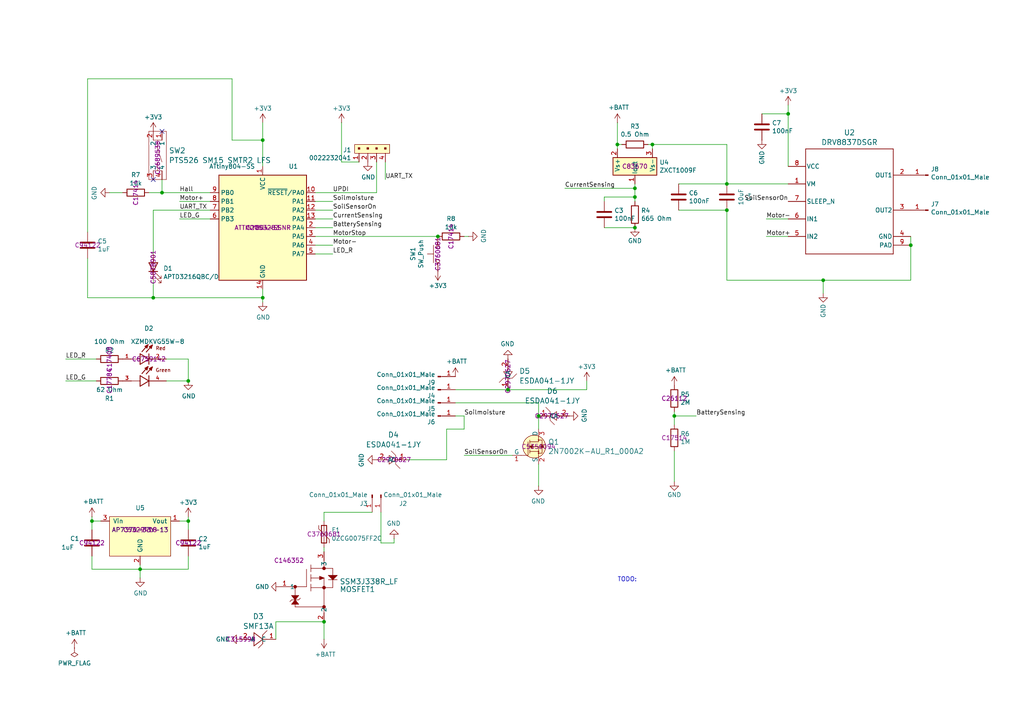
<source format=kicad_sch>
(kicad_sch (version 20250114) (generator "eeschema") (generator_version "9.0")
  (paper "A4")
  (lib_symbols
    (symbol "Connector:Conn_01x01_Pin" (pin_names (offset 1.016) (hide yes))
      (property "Reference" "J" (at 0 2.54 0))
      (property "Value" "Conn_01x01_Pin" (at 0 -2.54 0))
      (symbol "Conn_01x01_Pin_1_1"
        (pin passive line (at 5.08 0 180) (length 3.81) (name "Pin_1") (number "1"))
      )
    )
    (symbol "DRV8837DSGR:DRV8837DSGR" (pin_names (offset 0.254))
      (property "Reference" "U" (at 0 2.54 0))
      (property "Value" "DRV8837DSGR" (at 0 0 0))
      (symbol "DRV8837DSGR_0_1"
        (pin power_in line (at -17.78 10.16 0) (length 5.08) (name "VCC") (number "8"))
        (pin power_in line (at -17.78 5.08 0) (length 5.08) (name "VM") (number "1"))
        (pin input line (at -17.78 0 0) (length 5.08) (name "SLEEP_N") (number "7"))
        (pin input line (at -17.78 -5.08 0) (length 5.08) (name "IN1") (number "6"))
        (pin input line (at -17.78 -10.16 0) (length 5.08) (name "IN2") (number "5"))
        (pin power_in line (at 17.78 7.62 180) (length 5.08) (name "OUT1") (number "2"))
        (pin power_in line (at 17.78 -2.54 180) (length 5.08) (name "OUT2") (number "3"))
        (pin power_in line (at 17.78 -10.16 180) (length 5.08) (name "GND") (number "4"))
        (pin power_in line (at 17.78 -12.7 180) (length 5.08) (name "PAD") (number "9"))
      )
    )
    (symbol "Device:C" (pin_numbers (hide yes)) (pin_names (offset 0.254))
      (property "Reference" "C" (at 0.635 2.54 0))
      (property "Value" "C" (at 0.635 -2.54 0))
      (symbol "C_1_1"
        (pin passive line (at 0 3.81 270) (length 2.794) (name "~") (number "1"))
        (pin passive line (at 0 -3.81 90) (length 2.794) (name "~") (number "2"))
      )
    )
    (symbol "Device:LED" (pin_numbers (hide yes)) (pin_names (offset 1.016) (hide yes))
      (property "Reference" "D" (at 0 2.54 0))
      (property "Value" "LED" (at 0 -2.54 0))
      (symbol "LED_1_1"
        (pin passive line (at -3.81 0 0) (length 2.54) (name "K") (number "1"))
        (pin passive line (at 3.81 0 180) (length 2.54) (name "A") (number "2"))
      )
    )
    (symbol "Device:Polyfuse" (pin_numbers (hide yes)) (pin_names (offset 0))
      (property "Reference" "F" (at -2.54 0 90))
      (property "Value" "Polyfuse" (at 2.54 0 90))
      (symbol "Polyfuse_1_1"
        (pin passive line (at 0 3.81 270) (length 1.27) (name "~") (number "1"))
        (pin passive line (at 0 -3.81 90) (length 1.27) (name "~") (number "2"))
      )
    )
    (symbol "Device:R" (pin_numbers (hide yes)) (pin_names (offset 0))
      (property "Reference" "R" (at 2.032 0 90))
      (property "Value" "R" (at 0 0 90))
      (symbol "R_1_1"
        (pin passive line (at 0 3.81 270) (length 1.27) (name "~") (number "1"))
        (pin passive line (at 0 -3.81 90) (length 1.27) (name "~") (number "2"))
      )
    )
    (symbol "ESDA041-1JY:ESDA041-1JY" (pin_names (offset 0.254))
      (property "Reference" "TVS" (at -0.048 6.096 0))
      (property "Value" "ESDA041-1JY" (at 0.206 4.064 0))
      (symbol "ESDA041-1JY_1_1"
        (pin passive line (at -5.08 0 0) (length 3) (name "A") (number "2"))
        (pin passive line (at 3.81 0 180) (length 3) (name "C") (number "1"))
      )
    )
    (symbol "ESDA041-1JY_1" (pin_names (offset 0.254))
      (property "Reference" "TVS" (at -0.048 6.096 0))
      (property "Value" "ESDA041-1JY" (at 0.206 4.064 0))
      (symbol "ESDA041-1JY_1_1_1"
        (pin passive line (at -5.08 0 0) (length 3) (name "A") (number "2"))
        (pin passive line (at 3.81 0 180) (length 3) (name "C") (number "1"))
      )
    )
    (symbol "ESDA041-1JY_2" (pin_names (offset 0.254))
      (property "Reference" "TVS" (at -0.048 6.096 0))
      (property "Value" "ESDA041-1JY" (at 0.206 4.064 0))
      (symbol "ESDA041-1JY_2_1_1"
        (pin passive line (at -5.08 0 0) (length 3) (name "A") (number "2"))
        (pin passive line (at 3.81 0 180) (length 3) (name "C") (number "1"))
      )
    )
    (symbol "PG_attiny804:2N7002-dk_Transistors-FETs-MOSFETs-Single" (pin_names (offset 0))
      (property "Reference" "Q" (at -2.6924 3.6322 0))
      (property "Value" "2N7002-dk_Transistors-FETs-MOSFETs-Single" (at 3.4544 0 90))
      (symbol "2N7002-dk_Transistors-FETs-MOSFETs-Single_1_1"
        (pin bidirectional line (at -7.62 -2.54 0) (length 2.54) (name "G") (number "1"))
        (pin bidirectional line (at 0 5.08 270) (length 2.54) (name "D") (number "3"))
        (pin passive line (at 0 -5.08 90) (length 2.54) (name "S") (number "2"))
      )
    )
    (symbol "PG_attiny804:ATtiny404-SS-MCU_Microchip_ATtiny"
      (property "Reference" "U" (at -12.7 16.51 0))
      (property "Value" "ATtiny404-SS-MCU_Microchip_ATtiny" (at 2.54 -16.51 0))
      (symbol "ATtiny404-SS-MCU_Microchip_ATtiny_1_1"
        (pin bidirectional line (at -15.24 10.16 0) (length 2.54) (name "PB0") (number "9"))
        (pin bidirectional line (at -15.24 7.62 0) (length 2.54) (name "PB1") (number "8"))
        (pin bidirectional line (at -15.24 5.08 0) (length 2.54) (name "PB2") (number "7"))
        (pin bidirectional line (at -15.24 2.54 0) (length 2.54) (name "PB3") (number "6"))
        (pin power_in line (at 0 17.78 270) (length 2.54) (name "VCC") (number "1"))
        (pin power_out line (at 0 -17.78 90) (length 2.54) (name "GND") (number "14"))
        (pin bidirectional line (at 15.24 10.16 180) (length 2.54) (name "~{RESET}/PA0") (number "10"))
        (pin bidirectional line (at 15.24 7.62 180) (length 2.54) (name "PA1") (number "11"))
        (pin bidirectional line (at 15.24 5.08 180) (length 2.54) (name "PA2") (number "12"))
        (pin bidirectional line (at 15.24 2.54 180) (length 2.54) (name "PA3") (number "13"))
        (pin bidirectional line (at 15.24 0 180) (length 2.54) (name "PA4") (number "2"))
        (pin bidirectional line (at 15.24 -2.54 180) (length 2.54) (name "PA5") (number "3"))
        (pin bidirectional line (at 15.24 -5.08 180) (length 2.54) (name "PA6") (number "4"))
        (pin bidirectional line (at 15.24 -7.62 180) (length 2.54) (name "PA7") (number "5"))
      )
    )
    (symbol "PTS526_SK15_SMTR2_LFS:PTS526_SM15_SMTR2_LFS" (pin_names (offset 0.254))
      (property "Reference" "SW" (at -0.254 6.604 0))
      (property "Value" "PTS526 SM15 SMTR2 LFS" (at -0.254 4.064 0))
      (symbol "PTS526_SM15_SMTR2_LFS_1_1"
        (pin passive line (at -7.62 1.27 0) (length 2.54) (name "1") (number "1"))
        (pin passive line (at -7.62 -1.27 0) (length 2.54) (name "2") (number "2"))
        (pin passive line (at 6.35 1.27 180) (length 2.54) (name "4") (number "4"))
        (pin passive line (at 6.35 -1.27 180) (length 2.54) (name "3") (number "3"))
      )
    )
    (symbol "SMF13A:SMF13A" (pin_names (offset 0.254))
      (property "Reference" "TVS" (at 5.08 4.445 0))
      (property "Value" "SMF13A" (at 5.08 -3.81 0))
      (symbol "SMF13A_1_1"
        (pin passive line (at 0 0 0) (length 2.54) (name "A") (number "2"))
        (pin passive line (at 10.16 0 180) (length 2.54) (name "C") (number "1"))
      )
      (symbol "SMF13A_1_2"
        (pin unspecified line (at 0 10.16 270) (length 2.54) (name "") (number "1"))
        (pin unspecified line (at 0 0 90) (length 2.54) (name "") (number "2"))
      )
    )
    (symbol "SSM3J338R_LF:SSM3J338R_LF" (pin_names (offset 0.254))
      (property "Reference" "MOSFET" (at 0 0 0))
      (property "Value" "SSM3J338R_LF" (at 0 0 0))
      (symbol "SSM3J338R_LF_1_1"
        (pin passive line (at -2.54 -7.62 0) (length 2.54) (name "1") (number "1"))
        (pin passive line (at 10.16 2.54 270) (length 2.54) (name "3") (number "3"))
        (pin passive line (at 10.16 -17.78 90) (length 2.54) (name "2") (number "2"))
      )
    )
    (symbol "Switch:SW_Push" (pin_numbers (hide yes)) (pin_names (offset 1.016) (hide yes))
      (property "Reference" "SW" (at 1.27 2.54 0))
      (property "Value" "SW_Push" (at 0 -1.524 0))
      (symbol "SW_Push_0_1"
        (pin passive line (at -5.08 0 0) (length 2.54) (name "1") (number "1"))
        (pin passive line (at 5.08 0 180) (length 2.54) (name "2") (number "2"))
      )
    )
    (symbol "XZMDKVG55W-8:XZMDKVG55W-8" (pin_names (offset 1.016) (hide yes))
      (property "Reference" "D" (at -3.0988 4.4958 0))
      (property "Value" "XZMDKVG55W-8" (at -6.35 -11.43 0))
      (symbol "XZMDKVG55W-8_1_0"
        (text "Red" (at 1.905 2.54 0) (effects (font (size 1.016 1.016)) (justify left bottom)))
        (text "Green\n" (at 1.905 -3.81 0) (effects (font (size 1.016 1.016)) (justify left bottom)))
        (pin passive line (at -7.62 0 0) (length 2.54) (name "~") (number "1"))
        (pin passive line (at -7.62 -6.35 0) (length 2.54) (name "~") (number "3"))
        (pin passive line (at 5.08 0 180) (length 5.08) (name "~") (number "2"))
        (pin passive line (at 5.08 -6.35 180) (length 5.08) (name "~") (number "4"))
      )
    )
    (symbol "ZXCT1009F:ZXCT1009F" (pin_names (offset 0.254))
      (property "Reference" "U" (at 7.62 1.27 0))
      (property "Value" "ZXCT1009F" (at 7.62 -1.27 0))
      (symbol "ZXCT1009F_1_1"
        (pin input line (at -5.08 5.08 270) (length 2.54) (name "Vs+") (number "2"))
        (pin output line (at 0 -5.08 90) (length 2.54) (name "Iout") (number "1"))
        (pin input line (at 5.08 5.08 270) (length 2.54) (name "Vs-") (number "3"))
      )
    )
    (symbol "dk_Rectangular-Connectors-Headers-Male-Pins:0022232041" (pin_names (offset 1.016))
      (property "Reference" "J" (at -2.54 1.27 0))
      (property "Value" "0022232041" (at 3.81 -3.81 0))
      (symbol "0022232041_1_1"
        (pin passive line (at 0 2.54 270) (length 2.54) (name "~") (number "1"))
        (pin passive line (at 2.54 2.54 270) (length 2.54) (name "~") (number "2"))
        (pin passive line (at 5.08 2.54 270) (length 2.54) (name "~") (number "3"))
        (pin passive line (at 7.62 2.54 270) (length 2.54) (name "~") (number "4"))
      )
    )
    (symbol "power:+3V3" (power) (pin_numbers (hide yes)) (pin_names (offset 0) (hide yes))
      (property "Value" "+3V3" (at 0 3.556 0))
      (symbol "+3V3_1_1"
        (pin power_in line (at 0 0 90) (length 0) (name "~") (number "1"))
      )
    )
    (symbol "power:+BATT" (power) (pin_numbers (hide yes)) (pin_names (offset 0) (hide yes))
      (property "Value" "+BATT" (at 0 3.556 0))
      (symbol "+BATT_1_1"
        (pin power_in line (at 0 0 90) (length 0) (name "~") (number "1"))
      )
    )
    (symbol "power:GND" (power) (pin_numbers (hide yes)) (pin_names (offset 0) (hide yes))
      (property "Value" "GND" (at 0 -3.81 0))
      (symbol "GND_1_1"
        (pin power_in line (at 0 0 270) (length 0) (name "~") (number "1"))
      )
    )
    (symbol "power:PWR_FLAG" (power) (pin_numbers (hide yes)) (pin_names (offset 0) (hide yes))
      (property "Value" "PWR_FLAG" (at 0 3.81 0))
      (symbol "PWR_FLAG_0_0"
        (pin power_out line (at 0 0 90) (length 0) (name "~") (number "1"))
      )
    )
    (symbol "project:AP7370-33Y-13" (pin_names (offset 1.016))
      (property "Reference" "U" (at 0 1.27 0))
      (property "Value" "AP7370-33Y-13" (at 0 -1.27 0))
      (symbol "AP7370-33Y-13_1_1"
        (pin power_in line (at -11.43 2.54 0) (length 2.54) (name "Vin") (number "3"))
        (pin power_in line (at 0 -10.16 90) (length 2.54) (name "GND") (number "2"))
        (pin power_out line (at 11.43 2.54 180) (length 2.54) (name "Vout") (number "1"))
      )
    )
  )
  (text "TODO:\n" (at 179.07 168.91 0) (effects (font (size 1.27 1.27)) (justify left bottom)))
  (junction (at 228.6 33.02))
  (junction (at 210.82 53.34))
  (junction (at 54.61 151.13))
  (junction (at 210.82 60.96))
  (junction (at 46.99 55.88))
  (junction (at 76.2 40.64))
  (junction (at 184.15 54.61))
  (junction (at 26.67 151.13))
  (junction (at 44.45 86.36))
  (junction (at 93.98 180.34))
  (junction (at 189.23 41.91))
  (junction (at 127 68.58))
  (junction (at 54.61 110.49))
  (junction (at 184.15 66.04))
  (junction (at 195.58 120.65))
  (junction (at 76.2 86.36))
  (junction (at 184.15 57.15))
  (junction (at 147.32 113.03))
  (junction (at 40.64 165.1))
  (junction (at 238.76 81.28))
  (junction (at 179.07 41.91))
  (junction (at 264.16 71.12))
  (junction (at 156.21 120.65))
  (no_connect (at 46.99 38.1))
  (no_connect (at 44.45 52.07))
  (wire (pts (xy 134.62 68.58) (xy 135.89 68.58)))
  (wire (pts (xy 109.22 55.88) (xy 109.22 46.99)))
  (wire (pts (xy 40.64 163.83) (xy 40.64 165.1)))
  (wire (pts (xy 93.98 158.75) (xy 93.98 160.02)))
  (wire (pts (xy 132.08 113.03) (xy 147.32 113.03)))
  (wire (pts (xy 25.4 86.36) (xy 25.4 74.93)))
  (wire (pts (xy 25.4 22.86) (xy 67.31 22.86)))
  (wire (pts (xy 60.96 58.42) (xy 52.07 58.42)))
  (wire (pts (xy 175.26 66.04) (xy 184.15 66.04)))
  (wire (pts (xy 170.18 113.03) (xy 170.18 110.49)))
  (wire (pts (xy 210.82 60.96) (xy 210.82 81.28)))
  (wire (pts (xy 179.07 41.91) (xy 179.07 43.18)))
  (wire (pts (xy 44.45 60.96) (xy 44.45 73.66)))
  (wire (pts (xy 60.96 63.5) (xy 52.07 63.5)))
  (wire (pts (xy 180.34 41.91) (xy 179.07 41.91)))
  (wire (pts (xy 99.06 35.56) (xy 99.06 46.99)))
  (wire (pts (xy 184.15 54.61) (xy 184.15 57.15)))
  (wire (pts (xy 118.11 133.35) (xy 129.54 133.35)))
  (wire (pts (xy 132.08 120.65) (xy 134.62 120.65)))
  (wire (pts (xy 91.44 58.42) (xy 96.52 58.42)))
  (wire (pts (xy 93.98 148.59) (xy 107.95 148.59)))
  (wire (pts (xy 175.26 58.42) (xy 175.26 57.15)))
  (wire (pts (xy 189.23 41.91) (xy 187.96 41.91)))
  (wire (pts (xy 54.61 104.14) (xy 54.61 110.49)))
  (wire (pts (xy 26.67 165.1) (xy 40.64 165.1)))
  (wire (pts (xy 184.15 54.61) (xy 163.83 54.61)))
  (wire (pts (xy 132.08 116.84) (xy 156.21 116.84)))
  (wire (pts (xy 110.49 157.48) (xy 110.49 148.59)))
  (wire (pts (xy 189.23 41.91) (xy 210.82 41.91)))
  (wire (pts (xy 29.21 151.13) (xy 26.67 151.13)))
  (wire (pts (xy 195.58 120.65) (xy 195.58 119.38)))
  (wire (pts (xy 91.44 60.96) (xy 96.52 60.96)))
  (wire (pts (xy 210.82 53.34) (xy 210.82 41.91)))
  (wire (pts (xy 238.76 85.09) (xy 238.76 81.28)))
  (wire (pts (xy 228.6 30.48) (xy 228.6 33.02)))
  (wire (pts (xy 129.54 133.35) (xy 129.54 124.46)))
  (wire (pts (xy 80.01 180.34) (xy 93.98 180.34)))
  (wire (pts (xy 76.2 87.63) (xy 76.2 86.36)))
  (wire (pts (xy 40.64 165.1) (xy 54.61 165.1)))
  (wire (pts (xy 67.31 40.64) (xy 76.2 40.64)))
  (wire (pts (xy 54.61 151.13) (xy 54.61 153.67)))
  (wire (pts (xy 222.25 63.5) (xy 228.6 63.5)))
  (wire (pts (xy 91.44 63.5) (xy 96.52 63.5)))
  (wire (pts (xy 80.01 180.34) (xy 80.01 185.42)))
  (wire (pts (xy 48.26 104.14) (xy 54.61 104.14)))
  (wire (pts (xy 91.44 68.58) (xy 127 68.58)))
  (wire (pts (xy 134.62 124.46) (xy 134.62 120.65)))
  (wire (pts (xy 76.2 86.36) (xy 76.2 83.82)))
  (wire (pts (xy 25.4 67.31) (xy 25.4 22.86)))
  (wire (pts (xy 19.05 110.49) (xy 27.94 110.49)))
  (wire (pts (xy 156.21 116.84) (xy 156.21 120.65)))
  (wire (pts (xy 114.3 157.48) (xy 114.3 156.21)))
  (wire (pts (xy 222.25 68.58) (xy 228.6 68.58)))
  (wire (pts (xy 54.61 161.29) (xy 54.61 165.1)))
  (wire (pts (xy 54.61 149.86) (xy 54.61 151.13)))
  (wire (pts (xy 91.44 66.04) (xy 96.52 66.04)))
  (wire (pts (xy 40.64 165.1) (xy 40.64 167.64)))
  (wire (pts (xy 210.82 53.34) (xy 228.6 53.34)))
  (wire (pts (xy 201.93 120.65) (xy 195.58 120.65)))
  (wire (pts (xy 43.18 55.88) (xy 46.99 55.88)))
  (wire (pts (xy 44.45 81.28) (xy 44.45 86.36)))
  (wire (pts (xy 91.44 71.12) (xy 96.52 71.12)))
  (wire (pts (xy 67.31 22.86) (xy 67.31 40.64)))
  (wire (pts (xy 196.85 53.34) (xy 210.82 53.34)))
  (wire (pts (xy 264.16 68.58) (xy 264.16 71.12)))
  (wire (pts (xy 184.15 57.15) (xy 184.15 58.42)))
  (wire (pts (xy 93.98 180.34) (xy 93.98 185.42)))
  (wire (pts (xy 264.16 71.12) (xy 264.16 81.28)))
  (wire (pts (xy 189.23 43.18) (xy 189.23 41.91)))
  (wire (pts (xy 19.05 104.14) (xy 27.94 104.14)))
  (wire (pts (xy 220.98 33.02) (xy 228.6 33.02)))
  (wire (pts (xy 110.49 157.48) (xy 114.3 157.48)))
  (wire (pts (xy 210.82 81.28) (xy 238.76 81.28)))
  (wire (pts (xy 179.07 41.91) (xy 179.07 35.56)))
  (wire (pts (xy 238.76 81.28) (xy 264.16 81.28)))
  (wire (pts (xy 134.62 132.08) (xy 148.59 132.08)))
  (wire (pts (xy 48.26 110.49) (xy 54.61 110.49)))
  (wire (pts (xy 26.67 149.86) (xy 26.67 151.13)))
  (wire (pts (xy 46.99 55.88) (xy 60.96 55.88)))
  (wire (pts (xy 99.06 46.99) (xy 104.14 46.99)))
  (wire (pts (xy 129.54 124.46) (xy 134.62 124.46)))
  (wire (pts (xy 26.67 151.13) (xy 26.67 153.67)))
  (wire (pts (xy 26.67 161.29) (xy 26.67 165.1)))
  (wire (pts (xy 111.76 52.07) (xy 111.76 46.99)))
  (wire (pts (xy 44.45 60.96) (xy 60.96 60.96)))
  (wire (pts (xy 195.58 139.7) (xy 195.58 130.81)))
  (wire (pts (xy 156.21 120.65) (xy 156.21 124.46)))
  (wire (pts (xy 44.45 86.36) (xy 25.4 86.36)))
  (wire (pts (xy 76.2 48.26) (xy 76.2 40.64)))
  (wire (pts (xy 196.85 60.96) (xy 210.82 60.96)))
  (wire (pts (xy 35.56 55.88) (xy 31.75 55.88)))
  (wire (pts (xy 52.07 151.13) (xy 54.61 151.13)))
  (wire (pts (xy 76.2 40.64) (xy 76.2 35.56)))
  (wire (pts (xy 147.32 113.03) (xy 170.18 113.03)))
  (wire (pts (xy 184.15 53.34) (xy 184.15 54.61)))
  (wire (pts (xy 46.99 52.07) (xy 46.99 55.88)))
  (wire (pts (xy 93.98 151.13) (xy 93.98 148.59)))
  (wire (pts (xy 91.44 55.88) (xy 109.22 55.88)))
  (wire (pts (xy 76.2 86.36) (xy 44.45 86.36)))
  (wire (pts (xy 156.21 134.62) (xy 156.21 140.97)))
  (wire (pts (xy 195.58 120.65) (xy 195.58 123.19)))
  (wire (pts (xy 228.6 33.02) (xy 228.6 48.26)))
  (wire (pts (xy 175.26 57.15) (xy 184.15 57.15)))
  (wire (pts (xy 91.44 73.66) (xy 96.52 73.66)))
  (label "Motor-" (at 96.52 71.12 0))
  (label "BatterySensing" (at 201.93 120.65 0))
  (label "SoilSensorOn" (at 228.6 58.42 180))
  (label "Soilmoisture" (at 134.62 120.65 0))
  (label "LED_R" (at 96.52 73.66 0))
  (label "BatterySensing" (at 96.52 66.04 0))
  (label "UART_TX" (at 52.07 60.96 0))
  (label "CurrentSensing" (at 96.52 63.5 0))
  (label "Motor+" (at 52.07 58.42 0))
  (label "UART_TX" (at 111.76 52.07 0))
  (label "LED_G" (at 52.07 63.5 0))
  (label "UPDI" (at 96.52 55.88 0))
  (label "Soilmoisture" (at 96.52 58.42 0))
  (label "SoilSensorOn" (at 134.62 132.08 0))
  (label "MotorStop" (at 96.52 68.58 0))
  (label "SoilSensorOn" (at 96.52 60.96 0))
  (label "LED_G" (at 19.05 110.49 0))
  (label "Motor+" (at 222.25 68.58 0))
  (label "Hall" (at 52.07 55.88 0))
  (label "Motor-" (at 222.25 63.5 0))
  (label "CurrentSensing" (at 163.83 54.61 0))
  (label "LED_R" (at 19.05 104.14 0))
  (symbol (lib_id "PG_attiny804:ATtiny404-SS-MCU_Microchip_ATtiny") (at 76.2 66.04 0) (unit 1)
    (property "Reference" "U1" (at 85.09 48.26 0))
    (property "Value" "ATtiny804-SS" (at 67.31 48.26 0))
    (property "Footprint" "Package_SO:SOIC-14_3.9x8.7mm_P1.27mm" (effects (hide yes)))
    (property "Datasheet" "http://ww1.microchip.com/downloads/en/DeviceDoc/50002687A.pdf" (effects (hide yes)))
    (property "DK_Detail_Page" "https://www.digikey.at/de/products/detail/microchip-technology/ATTINY804-SSNR/10270299" (effects (hide yes)))
    (property "MPN" "ATTINY804-SSNR" (at 76.2 66.04 0))
    (property "JLC" "C2053283" (at 76.2 66.04 0))
  )
  (symbol (lib_id "Switch:SW_Push") (at 127 73.66 90) (mirror x) (unit 1)
    (property "Reference" "SW1" (at 119.761 73.66 0))
    (property "Value" "SW_Push" (at 122.0724 73.66 0))
    (property "Footprint" "1825027-2:1825027-2" (effects (hide yes)))
    (property "Description" "Push button switch, generic, two pins" (effects (hide yes)))
    (property "DK_Detail_Page" "https://www.digikey.at/de/products/detail/te-connectivity-alcoswitch-switches/1825027-2/1632542 " (effects (hide yes)))
    (property "MPN" "1825027-2" (effects (hide yes)))
    (property "JLC" "C3760681" (at 127 73.66 0))
  )
  (symbol (lib_id "power:GND") (at 76.2 87.63 0) (unit 1)
    (property "Reference" "#PWR02" (effects (hide yes)))
    (property "Value" "GND" (at 76.327 92.0242 0))
    (property "Description" "Power symbol creates a global label with name \"GND\" , ground" (effects (hide yes)))
  )
  (symbol (lib_id "power:GND") (at 156.21 140.97 0) (mirror y) (unit 1)
    (property "Reference" "#PWR0105" (effects (hide yes)))
    (property "Value" "GND" (at 156.083 145.3642 0))
    (property "Description" "Power symbol creates a global label with name \"GND\" , ground" (effects (hide yes)))
  )
  (symbol (lib_id "power:GND") (at 135.89 68.58 90) (unit 1)
    (property "Reference" "#PWR011" (effects (hide yes)))
    (property "Value" "GND" (at 140.2842 68.453 0))
    (property "Description" "Power symbol creates a global label with name \"GND\" , ground" (effects (hide yes)))
  )
  (symbol (lib_id "ZXCT1009F:ZXCT1009F") (at 184.15 48.26 0) (unit 1)
    (property "Reference" "U4" (at 191.262 47.0916 0) (effects (justify left)))
    (property "Value" "ZXCT1009F" (at 191.262 49.403 0) (effects (justify left)))
    (property "Footprint" "ZXCT1009F:SOT-23_Handsoldering_ZXCT1009F" (effects (hide yes)))
    (property "Datasheet" "https://www.diodes.com/assets/Datasheets/ZXCT1009.pdf" (effects (hide yes)))
    (property "Description" "High-Side Current Monitor, SOT-23" (effects (hide yes)))
    (property "DK_Detail_Page" "https://www.digikey.at/de/products/detail/diodes-incorporated/ZXCT1009FTA/385957?s=N4IgTCBcDaIF4A8DGAXAjABgwTgGYgF0BfIA " (effects (hide yes)))
    (property "MPN" "ZXCT1009FTA" (effects (hide yes)))
    (property "JLC" "C83670" (at 184.15 48.26 0))
  )
  (symbol (lib_id "power:PWR_FLAG") (at 21.59 187.96 180) (unit 1)
    (property "Reference" "#FLG0103" (effects (hide yes)))
    (property "Value" "PWR_FLAG" (at 21.59 192.3542 0))
    (property "Description" "Special symbol for telling ERC where power comes from" (effects (hide yes)))
  )
  (symbol (lib_id "power:+BATT") (at 21.59 187.96 0) (unit 1)
    (property "Reference" "#PWR0102" (effects (hide yes)))
    (property "Value" "+BATT" (at 21.971 183.5658 0))
    (property "Description" "Power symbol creates a global label with name \"+BATT\"" (effects (hide yes)))
  )
  (symbol (lib_id "Device:C") (at 210.82 57.15 180) (unit 1)
    (property "Reference" "C4" (at 217.2208 57.15 90))
    (property "Value" "10uF" (at 214.9094 57.15 90))
    (property "Footprint" "Capacitor_SMD:C_0805_2012Metric_Pad1.18x1.45mm_HandSolder" (effects (hide yes)))
    (property "Description" "Unpolarized capacitor" (effects (hide yes)))
    (property "DK_Detail_Page" "https://www.digikey.at/de/products/detail/samsung-electro-mechanics/CL21A106KOQNNNG/3894417 " (effects (hide yes)))
    (property "MPN" "CL21A106KOQNNNG" (effects (hide yes)))
    (property "JLC" "C326595" (effects (hide yes)))
  )
  (symbol (lib_id "Device:R") (at 31.75 110.49 270) (unit 1)
    (property "Reference" "R1" (at 31.75 115.57 90))
    (property "Value" "62 Ohm" (at 31.75 113.03 90))
    (property "Footprint" "Resistor_SMD:R_0805_2012Metric_Pad1.20x1.40mm_HandSolder" (effects (hide yes)))
    (property "Description" "Resistor" (effects (hide yes)))
    (property "DK_Detail_Page" "https://www.digikey.at/en/products/detail/stackpole-electronics-inc/RMCF0805FT62R0/1713292?s=N4IgjCBcoExaBjKAzAhgGwM4FMA0IB7KAbXAAYAOAdgE4QBdfABwBcoQBlFgJwEsA7AOYgAvvgDM8EEkhoseQiXBhxERiFbsufIaPwBWKTLk58RSKVUA2GmAAsDZm0iceA4WPBWjKDKcUWIOI04jB06pou2u564FQ%2Bsn4K5qQqVBSOGs6uOh74dt7Q0r7yZkoU%2BjaZkTkxnmBUDkXGSWWBdmANdnAR2dG6njD6cM0l-ikgMN0hDr1abgP4VGTxo4mlAZZgMGBkhnNRC3nKMKuIY8lKPU7sACIEAK4ARujYsdu2CSaXgcGhGQdaotwPoyGQvq1NiB9PpOtU%2Bkd3vpVBCNhM1DdDrl3jQKHQ1t82qRwfRBpRDATIRMrDAAAQAeQAFgBbTDw9gAVX4vBY9OQAFlsKhMA9uG9PABaCCUtFKKjiAGSprndbjJRgChWMDhSUUlWEqEQfBwY12SSk-ASkYqngPH6kQz4HWWyRrW328gMSWFG3cO1EoJekQiIA" (effects (hide yes)))
    (property "MPN" "RMCF0805FT62R0" (effects (hide yes)))
    (property "JLC" "C17784" (at 31.75 110.49 0))
  )
  (symbol (lib_id "Device:R") (at 31.75 104.14 270) (unit 1)
    (property "Reference" "R2" (at 31.75 101.6 90))
    (property "Value" "100 Ohm" (at 31.75 99.06 90))
    (property "Footprint" "Resistor_SMD:R_0805_2012Metric_Pad1.20x1.40mm_HandSolder" (effects (hide yes)))
    (property "Description" "Resistor" (effects (hide yes)))
    (property "DK_Detail_Page" "https://www.digikey.at/en/products/detail/stackpole-electronics-inc/RMCF0805FT100R/1760711" (effects (hide yes)))
    (property "MPN" "RMCF0805FT100R" (effects (hide yes)))
    (property "JLC" "C17408" (at 31.75 104.14 0))
  )
  (symbol (lib_id "Device:R") (at 184.15 41.91 270) (unit 1)
    (property "Reference" "R3" (at 184.15 36.6522 90))
    (property "Value" "0.5 Ohm" (at 184.15 38.9636 90))
    (property "Footprint" "Resistor_SMD:R_0805_2012Metric_Pad1.20x1.40mm_HandSolder" (effects (hide yes)))
    (property "Description" "Resistor" (effects (hide yes)))
    (property "DK_Detail_Page" "https://www.digikey.at/de/products/detail/susumu/RL1220S-R50-F/567251 " (effects (hide yes)))
    (property "MPN" "RL1220S-R50-F" (effects (hide yes)))
    (property "JLC" "C859814" (effects (hide yes)))
  )
  (symbol (lib_id "Device:R") (at 184.15 62.23 180) (unit 1)
    (property "Reference" "R4" (at 185.928 61.0616 0) (effects (justify right)))
    (property "Value" "665 Ohm" (at 185.928 63.373 0) (effects (justify right)))
    (property "Footprint" "Resistor_SMD:R_0805_2012Metric_Pad1.20x1.40mm_HandSolder" (effects (hide yes)))
    (property "Description" "Resistor" (effects (hide yes)))
    (property "DK_Detail_Page" "https://www.digikey.at/de/products/detail/te-connectivity-passive-product/CRGCQ0805F680R/8576349 " (effects (hide yes)))
    (property "MPN" "CRGCQ0805F680R" (effects (hide yes)))
    (property "JLC" "C17798" (effects (hide yes)))
  )
  (symbol (lib_id "Device:C") (at 175.26 62.23 180) (unit 1)
    (property "Reference" "C3" (at 178.181 61.0616 0) (effects (justify right)))
    (property "Value" "100nF" (at 178.181 63.373 0) (effects (justify right)))
    (property "Footprint" "Capacitor_SMD:C_0805_2012Metric_Pad1.18x1.45mm_HandSolder" (effects (hide yes)))
    (property "Description" "Unpolarized capacitor" (effects (hide yes)))
    (property "DK_Detail_Page" "https://www.digikey.at/de/products/detail/yageo/CC0805KRX7R7BB104/302876 " (effects (hide yes)))
    (property "MPN" "CC0805KRX7R7BB104" (effects (hide yes)))
    (property "JLC" "C519980" (effects (hide yes)))
  )
  (symbol (lib_id "Device:R") (at 195.58 115.57 0) (unit 1)
    (property "Reference" "R5" (at 197.358 114.4016 0) (effects (justify left)))
    (property "Value" "2M" (at 197.358 116.713 0) (effects (justify left)))
    (property "Footprint" "Resistor_SMD:R_0805_2012Metric_Pad1.20x1.40mm_HandSolder" (effects (hide yes)))
    (property "Description" "Resistor" (effects (hide yes)))
    (property "DK_Detail_Page" "https://www.digikey.at/de/products/detail/stackpole-electronics-inc/RMCF0805FT2M00/1760219" (effects (hide yes)))
    (property "MPN" "RMCF0805FT2M00" (effects (hide yes)))
    (property "JLC" "C26112" (at 195.58 115.57 0))
  )
  (symbol (lib_id "Device:R") (at 195.58 127 0) (unit 1)
    (property "Reference" "R6" (at 197.358 125.8316 0) (effects (justify left)))
    (property "Value" "1M" (at 197.358 128.143 0) (effects (justify left)))
    (property "Footprint" "Resistor_SMD:R_0805_2012Metric_Pad1.20x1.40mm_HandSolder" (effects (hide yes)))
    (property "Description" "Resistor" (effects (hide yes)))
    (property "DK_Detail_Page" "https://www.digikey.at/de/products/detail/stackpole-electronics-inc/RMCF0805FG1M00/1712780" (effects (hide yes)))
    (property "MPN" "RMCF0805FG1M00" (effects (hide yes)))
    (property "JLC" "C17514" (at 195.58 127 0))
  )
  (symbol (lib_id "power:GND") (at 195.58 139.7 0) (unit 1)
    (property "Reference" "#PWR018" (effects (hide yes)))
    (property "Value" "GND" (at 195.58 143.51 0))
    (property "Description" "Power symbol creates a global label with name \"GND\" , ground" (effects (hide yes)))
  )
  (symbol (lib_id "power:+BATT") (at 195.58 111.76 0) (unit 1)
    (property "Reference" "#PWR017" (effects (hide yes)))
    (property "Value" "+BATT" (at 195.961 107.3658 0))
    (property "Description" "Power symbol creates a global label with name \"+BATT\"" (effects (hide yes)))
  )
  (symbol (lib_id "power:+BATT") (at 179.07 35.56 0) (unit 1)
    (property "Reference" "#PWR012" (effects (hide yes)))
    (property "Value" "+BATT" (at 179.451 31.1658 0))
    (property "Description" "Power symbol creates a global label with name \"+BATT\"" (effects (hide yes)))
  )
  (symbol (lib_id "power:GND") (at 184.15 66.04 0) (unit 1)
    (property "Reference" "#PWR014" (effects (hide yes)))
    (property "Value" "GND" (at 184.15 69.85 0))
    (property "Description" "Power symbol creates a global label with name \"GND\" , ground" (effects (hide yes)))
  )
  (symbol (lib_id "power:GND") (at 54.61 110.49 0) (unit 1)
    (property "Reference" "#PWR07" (effects (hide yes)))
    (property "Value" "GND" (at 54.737 114.8842 0))
    (property "Description" "Power symbol creates a global label with name \"GND\" , ground" (effects (hide yes)))
  )
  (symbol (lib_id "dk_Rectangular-Connectors-Headers-Male-Pins:0022232041") (at 104.14 44.45 0) (mirror x) (unit 1) (in_bom no)
    (property "Reference" "J1" (at 101.9048 43.4848 0) (effects (justify right)))
    (property "Value" "0022232041" (at 101.9048 45.7962 0) (effects (justify right)))
    (property "Footprint" "digikey-footprints:PinHeader_1x4_P2.54mm_Drill1.02mm" (effects (hide yes)))
    (property "Datasheet" "https://www.molex.com/pdm_docs/sd/022232041_sd.pdf" (effects (hide yes)))
    (property "Description" "CONN HEADER VERT 4POS 2.54MM" (effects (hide yes)))
    (property "Digi-Key_PN" "WM4202-ND" (effects (hide yes)))
    (property "MPN" "0022286040" (effects (hide yes)))
    (property "Category" "Connectors, Interconnects" (effects (hide yes)))
    (property "Family" "Rectangular Connectors - Headers, Male Pins" (effects (hide yes)))
    (property "DK_Datasheet_Link" "https://www.molex.com/pdm_docs/sd/022232041_sd.pdf" (effects (hide yes)))
    (property "DK_Detail_Page" "https://www.digikey.at/de/products/detail/molex/0022286040/3158671" (effects (hide yes)))
    (property "Manufacturer" "Molex" (effects (hide yes)))
    (property "Status" "Active" (effects (hide yes)))
    (property "Description_1" "CONN HEADER VERT 4POS 2.54MM" (effects (hide yes)))
  )
  (symbol (lib_id "Connector:Conn_01x01_Pin") (at 269.24 50.8 180) (unit 1) (in_bom no)
    (property "Reference" "J8" (at 269.9512 49.0728 0) (effects (justify right)))
    (property "Value" "Conn_01x01_Male" (at 269.9512 51.3842 0) (effects (justify right)))
    (property "Footprint" "digikey-footprints:PROBE_PAD_1206" (effects (hide yes)))
    (property "Description" "Generic connector, single row, 01x01, script generated" (effects (hide yes)))
  )
  (symbol (lib_id "Connector:Conn_01x01_Pin") (at 127 113.03 0) (unit 1) (in_bom no)
    (property "Reference" "J4" (at 126.2888 114.7572 0) (effects (justify right)))
    (property "Value" "Conn_01x01_Male" (at 126.2888 112.4458 0) (effects (justify right)))
    (property "Footprint" "digikey-footprints:PROBE_PAD_1206" (effects (hide yes)))
    (property "Description" "Generic connector, single row, 01x01, script generated" (effects (hide yes)))
  )
  (symbol (lib_id "Connector:Conn_01x01_Pin") (at 127 116.84 0) (unit 1) (in_bom no)
    (property "Reference" "J5" (at 126.2888 118.5672 0) (effects (justify right)))
    (property "Value" "Conn_01x01_Male" (at 126.2888 116.2558 0) (effects (justify right)))
    (property "Footprint" "digikey-footprints:PROBE_PAD_1206" (effects (hide yes)))
    (property "Description" "Generic connector, single row, 01x01, script generated" (effects (hide yes)))
  )
  (symbol (lib_id "Connector:Conn_01x01_Pin") (at 127 120.65 0) (unit 1) (in_bom no)
    (property "Reference" "J6" (at 126.2888 122.3772 0) (effects (justify right)))
    (property "Value" "Conn_01x01_Male" (at 126.2888 120.0658 0) (effects (justify right)))
    (property "Footprint" "digikey-footprints:PROBE_PAD_1206" (effects (hide yes)))
    (property "Description" "Generic connector, single row, 01x01, script generated" (effects (hide yes)))
  )
  (symbol (lib_id "Connector:Conn_01x01_Pin") (at 110.49 143.51 270) (unit 1) (in_bom no)
    (property "Reference" "J2" (at 118.11 146.05 90) (effects (justify right)))
    (property "Value" "Conn_01x01_Male" (at 128.27 143.51 90) (effects (justify right)))
    (property "Footprint" "digikey-footprints:PROBE_PAD_1206" (effects (hide yes)))
    (property "Description" "Generic connector, single row, 01x01, script generated" (effects (hide yes)))
  )
  (symbol (lib_id "Connector:Conn_01x01_Pin") (at 107.95 143.51 270) (unit 1) (in_bom no)
    (property "Reference" "J3" (at 106.68 146.05 90) (effects (justify right)))
    (property "Value" "Conn_01x01_Male" (at 106.68 143.51 90) (effects (justify right)))
    (property "Footprint" "digikey-footprints:PROBE_PAD_1206" (effects (hide yes)))
    (property "Description" "Generic connector, single row, 01x01, script generated" (effects (hide yes)))
  )
  (symbol (lib_id "PG_attiny804:2N7002-dk_Transistors-FETs-MOSFETs-Single") (at 156.21 129.54 0) (unit 1)
    (property "Reference" "Q1" (at 158.9532 128.1938 0) (effects (font (size 1.524 1.524)) (justify left)))
    (property "Value" "2N7002K-AU_R1_000A2" (at 158.9532 130.8862 0) (effects (font (size 1.524 1.524)) (justify left)))
    (property "Footprint" "Package_TO_SOT_SMD:SOT-23_Handsoldering" (effects (hide yes)))
    (property "Description" "MOSFET N-CH 60V 115MA SOT-23" (effects (hide yes)))
    (property "Digi-Key_PN" "2N7002NCT-ND" (effects (hide yes)))
    (property "MPN" "2N7002K-AU_R1_000A2" (effects (hide yes)))
    (property "Category" "Discrete Semiconductor Products" (effects (hide yes)))
    (property "Family" "Transistors - FETs, MOSFETs - Single" (effects (hide yes)))
    (property "DK_Datasheet_Link" "https://www.onsemi.com/pub/Collateral/NDS7002A-D.PDF" (effects (hide yes)))
    (property "DK_Detail_Page" "https://www.digikey.at/en/products/detail/panjit-international-inc/2N7002K-AU-R1-000A2/14660543" (effects (hide yes)))
    (property "Manufacturer" "ON Semiconductor" (effects (hide yes)))
    (property "Status" "Active" (effects (hide yes)))
    (property "Description_1" "MOSFET N-CH 60V 115MA SOT-23" (effects (hide yes)))
    (property "JLC" "C5356094" (at 156.21 129.54 0))
  )
  (symbol (lib_id "power:GND") (at 106.68 46.99 0) (unit 1)
    (property "Reference" "#PWR08" (effects (hide yes)))
    (property "Value" "GND" (at 106.807 51.3842 0))
    (property "Description" "Power symbol creates a global label with name \"GND\" , ground" (effects (hide yes)))
  )
  (symbol (lib_id "Connector:Conn_01x01_Pin") (at 269.24 60.96 180) (unit 1) (in_bom no)
    (property "Reference" "J7" (at 269.9512 59.2328 0) (effects (justify right)))
    (property "Value" "Conn_01x01_Male" (at 269.9512 61.5442 0) (effects (justify right)))
    (property "Footprint" "digikey-footprints:PROBE_PAD_1206" (effects (hide yes)))
    (property "Description" "Generic connector, single row, 01x01, script generated" (effects (hide yes)))
  )
  (symbol (lib_id "power:GND") (at 40.64 167.64 0) (unit 1)
    (property "Reference" "#PWR04" (effects (hide yes)))
    (property "Value" "GND" (at 40.767 172.0342 0))
    (property "Description" "Power symbol creates a global label with name \"GND\" , ground" (effects (hide yes)))
  )
  (symbol (lib_id "power:+BATT") (at 26.67 149.86 0) (unit 1)
    (property "Reference" "#PWR03" (effects (hide yes)))
    (property "Value" "+BATT" (at 27.051 145.4658 0))
    (property "Description" "Power symbol creates a global label with name \"+BATT\"" (effects (hide yes)))
  )
  (symbol (lib_id "power:GND") (at 238.76 85.09 0) (mirror y) (unit 1)
    (property "Reference" "#PWR013" (effects (hide yes)))
    (property "Value" "GND" (at 238.76 90.17 90))
    (property "Description" "Power symbol creates a global label with name \"GND\" , ground" (effects (hide yes)))
  )
  (symbol (lib_id "Device:C") (at 26.67 157.48 180) (unit 1)
    (property "Reference" "C1" (at 20.32 156.21 0) (effects (justify right)))
    (property "Value" "1uF" (at 17.78 158.75 0) (effects (justify right)))
    (property "Footprint" "Capacitor_SMD:C_0805_2012Metric_Pad1.18x1.45mm_HandSolder" (effects (hide yes)))
    (property "Description" "Unpolarized capacitor" (effects (hide yes)))
    (property "DK_Detail_Page" "https://www.digikey.at/de/products/detail/samsung-electro-mechanics/CL21B105KOFNNNE/3886684 " (effects (hide yes)))
    (property "MPN" "CL21B105KOFNNNE" (effects (hide yes)))
    (property "JLC" "C94122" (at 26.67 157.48 0))
  )
  (symbol (lib_id "Device:C") (at 54.61 157.48 180) (unit 1)
    (property "Reference" "C2" (at 57.531 156.3116 0) (effects (justify right)))
    (property "Value" "1uF" (at 57.531 158.623 0) (effects (justify right)))
    (property "Footprint" "Capacitor_SMD:C_0805_2012Metric_Pad1.18x1.45mm_HandSolder" (effects (hide yes)))
    (property "Description" "Unpolarized capacitor" (effects (hide yes)))
    (property "DK_Detail_Page" "https://www.digikey.at/de/products/detail/samsung-electro-mechanics/CL21B105KOFNNNE/3886684 " (effects (hide yes)))
    (property "MPN" "CL21B105KOFNNNE" (effects (hide yes)))
    (property "JLC" "C94122" (at 54.61 157.48 0))
  )
  (symbol (lib_id "power:+BATT") (at 93.98 185.42 0) (mirror x) (unit 1)
    (property "Reference" "#PWR016" (effects (hide yes)))
    (property "Value" "+BATT" (at 94.361 189.8142 0))
    (property "Description" "Power symbol creates a global label with name \"+BATT\"" (effects (hide yes)))
  )
  (symbol (lib_id "power:GND") (at 114.3 156.21 180) (unit 1)
    (property "Reference" "#PWR015" (effects (hide yes)))
    (property "Value" "GND" (at 114.173 151.8158 0))
    (property "Description" "Power symbol creates a global label with name \"GND\" , ground" (effects (hide yes)))
  )
  (symbol (lib_id "project:AP7370-33Y-13") (at 40.64 153.67 0) (unit 1)
    (property "Reference" "U5" (at 40.64 147.32 0))
    (property "Value" "AP7370-33Y-13" (at 40.64 153.67 0))
    (property "Footprint" "Package_TO_SOT_SMD:SOT-89-3" (effects (hide yes)))
    (property "Datasheet" "https://www.diodes.com/assets/Datasheets/AP7370.pdf" (effects (hide yes)))
    (property "DK_Detail_Page" "https://www.digikey.at/de/products/detail/diodes-incorporated/AP7370-33Y-13/10235828" (effects (hide yes)))
    (property "MPN" "AP7370-33Y-13" (at 40.64 153.67 0))
    (property "JLC" "C5329418" (at 40.64 153.67 0))
  )
  (symbol (lib_id "power:GND") (at 147.32 104.14 180) (unit 1)
    (property "Reference" "#PWR028" (effects (hide yes)))
    (property "Value" "GND" (at 147.193 99.7458 0))
    (property "Description" "Power symbol creates a global label with name \"GND\" , ground" (effects (hide yes)))
  )
  (symbol (lib_id "power:GND") (at 220.98 40.64 0) (mirror y) (unit 1)
    (property "Reference" "#PWR032" (effects (hide yes)))
    (property "Value" "GND" (at 220.98 45.72 90))
    (property "Description" "Power symbol creates a global label with name \"GND\" , ground" (effects (hide yes)))
  )
  (symbol (lib_id "ESDA041-1JY:ESDA041-1JY") (at 147.32 109.22 270) (unit 1)
    (property "Reference" "D5" (at 150.5585 107.6285 90) (effects (font (size 1.524 1.524)) (justify left)))
    (property "Value" "ESDA041-1JY" (at 150.5585 110.4614 90) (effects (font (size 1.524 1.524)) (justify left)))
    (property "Footprint" "ESDA041-1JY:CR_041-1JY_STM" (effects (hide yes)))
    (property "Datasheet" "ESDA041-1JY" (effects (hide yes)))
    (property "DK_Detail_Page" "https://www.digikey.at/en/products/detail/stmicroelectronics/ESDA041-1JY/10414276" (effects (hide yes)))
    (property "MPN" "ESDA041-1JY" (effects (hide yes)))
    (property "JLC" "C2970627" (at 147.32 109.22 0))
  )
  (symbol (lib_id "SMF13A:SMF13A") (at 69.85 185.42 0) (unit 1)
    (property "Reference" "D3" (at 74.93 178.783 0) (effects (font (size 1.524 1.524))))
    (property "Value" "SMF13A" (at 74.93 181.6159 0) (effects (font (size 1.524 1.524))))
    (property "Footprint" "SMF13A:SMFSeries_LTF" (effects (hide yes)))
    (property "Datasheet" "SMF13A" (effects (hide yes)))
    (property "DK_Detail_Page" "https://www.digikey.at/en/products/detail/littelfuse-inc/SMF13A/3672395" (effects (hide yes)))
    (property "MPN" "SMF13A" (effects (hide yes)))
    (property "Manufacturer" "Littelfuse " (effects (hide yes)))
    (property "JLC" "C315998" (at 69.85 185.42 0))
  )
  (symbol (lib_id "Device:C") (at 196.85 57.15 180) (unit 1)
    (property "Reference" "C6" (at 199.771 55.9816 0) (effects (justify right)))
    (property "Value" "100nF" (at 199.771 58.293 0) (effects (justify right)))
    (property "Footprint" "Capacitor_SMD:C_0805_2012Metric_Pad1.18x1.45mm_HandSolder" (effects (hide yes)))
    (property "Description" "Unpolarized capacitor" (effects (hide yes)))
    (property "DK_Detail_Page" "https://www.digikey.at/de/products/detail/yageo/CC0805KRX7R7BB104/302876 " (effects (hide yes)))
    (property "MPN" "CC0805KRX7R7BB104" (effects (hide yes)))
    (property "JLC" "C519980" (effects (hide yes)))
  )
  (symbol (lib_id "power:+3V3") (at 228.6 30.48 0) (unit 1)
    (property "Reference" "#PWR031" (effects (hide yes)))
    (property "Value" "+3V3" (at 228.6 26.3469 0))
    (property "Description" "Power symbol creates a global label with name \"+3V3\"" (effects (hide yes)))
  )
  (symbol (lib_id "Device:LED") (at 44.45 77.47 90) (unit 1)
    (property "Reference" "D1" (at 47.371 77.8453 90) (effects (justify right)))
    (property "Value" "APTD3216QBC/D" (at 47.371 80.2696 90) (effects (justify right)))
    (property "Footprint" "LED_SMD:LED_1206_3216Metric_Pad1.42x1.75mm_HandSolder" (effects (hide yes)))
    (property "Description" "Light emitting diode" (effects (hide yes)))
    (property "DK_Detail_Page" "https://www.digikey.at/de/products/detail/kingbright/APTD3216QBC-D/2163705" (effects (hide yes)))
    (property "Sim.Pins" "1=K 2=A" (effects (hide yes)))
    (property "MPN" "APTD3216QBC/D" (effects (hide yes)))
    (property "JLC" "C5878901" (at 44.45 77.47 0))
  )
  (symbol (lib_id "power:GND") (at 81.28 170.18 270) (unit 1)
    (property "Reference" "#PWR020" (effects (hide yes)))
    (property "Value" "GND" (at 78.1051 170.18 90) (effects (justify right)))
    (property "Description" "Power symbol creates a global label with name \"GND\" , ground" (effects (hide yes)))
  )
  (symbol (lib_name "ESDA041-1JY_1") (lib_id "ESDA041-1JY:ESDA041-1JY") (at 114.3 133.35 0) (unit 1)
    (property "Reference" "D4" (at 114.125 126.1161 0) (effects (font (size 1.524 1.524))))
    (property "Value" "ESDA041-1JY" (at 114.125 128.949 0) (effects (font (size 1.524 1.524))))
    (property "Footprint" "ESDA041-1JY:CR_041-1JY_STM" (effects (hide yes)))
    (property "Datasheet" "ESDA041-1JY" (effects (hide yes)))
    (property "DK_Detail_Page" "https://www.digikey.at/en/products/detail/stmicroelectronics/ESDA041-1JY/10414276" (effects (hide yes)))
    (property "MPN" "ESDA041-1JY" (effects (hide yes)))
    (property "JLC" "C2970627" (at 114.3 133.35 0))
  )
  (symbol (lib_id "Device:C") (at 25.4 71.12 180) (unit 1)
    (property "Reference" "C5" (at 28.321 69.9516 0) (effects (justify right)))
    (property "Value" "1uF" (at 28.321 72.263 0) (effects (justify right)))
    (property "Footprint" "Capacitor_SMD:C_0805_2012Metric_Pad1.18x1.45mm_HandSolder" (effects (hide yes)))
    (property "Description" "Unpolarized capacitor" (effects (hide yes)))
    (property "DK_Detail_Page" "https://www.digikey.at/de/products/detail/samsung-electro-mechanics/CL21B105KOFNNNE/3886684 " (effects (hide yes)))
    (property "MPN" "CL21B105KOFNNNE" (effects (hide yes)))
    (property "JLC" "C94122" (at 25.4 71.12 0))
  )
  (symbol (lib_id "power:GND") (at 31.75 55.88 270) (unit 1)
    (property "Reference" "#PWR010" (effects (hide yes)))
    (property "Value" "GND" (at 27.3558 56.007 0))
    (property "Description" "Power symbol creates a global label with name \"GND\" , ground" (effects (hide yes)))
  )
  (symbol (lib_id "XZMDKVG55W-8:XZMDKVG55W-8") (at 43.18 104.14 0) (unit 1)
    (property "Reference" "D2" (at 43.18 95.25 0))
    (property "Value" "XZMDKVG55W-8" (at 45.72 99.06 0))
    (property "Footprint" "XZMDKVG55W-8:LED_XZMDKVG55W-8" (effects (hide yes)))
    (property "Description" "Green, Red 570nm Green, 630nm Red LED Indication - Discrete 2.1V Green, 1.95V Red 1206 (3216 Metric)" (effects (hide yes)))
    (property "DigiKey_Part_Number" "1497-1183-2-ND" (effects (hide yes)))
    (property "MF" "SunLED" (effects (hide yes)))
    (property "Purchase-URL" "https://www.snapeda.com/api/url_track_click_mouser/?unipart_id=2895064&manufacturer=SunLED&part_name=XZMDKVG55W-8&search_term=None" (effects (hide yes)))
    (property "Package" "1206 SunLED" (effects (hide yes)))
    (property "STANDARD" "Manufacturer Recommendation" (effects (hide yes)))
    (property "SnapEDA_Link" "https://www.snapeda.com/parts/XZMDKVG55W-8/SunLED/view-part/?ref=snap" (effects (hide yes)))
    (property "MP" "XZMDKVG55W-8" (effects (hide yes)))
    (property "Check_prices" "https://www.snapeda.com/parts/XZMDKVG55W-8/SunLED/view-part/?ref=eda" (effects (hide yes)))
    (property "DK_Detail_Page" "https://www.digikey.at/de/products/detail/sunled/XZMDKVG55W-8/4745793 " (effects (hide yes)))
    (property "MPN" "XZMDKVG55W-8" (effects (hide yes)))
    (property "JLC" "C6759142" (at 43.18 104.14 0))
  )
  (symbol (lib_id "power:+3V3") (at 99.06 35.56 0) (unit 1)
    (property "Reference" "#PWR023" (effects (hide yes)))
    (property "Value" "+3V3" (at 99.06 31.4269 0))
    (property "Description" "Power symbol creates a global label with name \"+3V3\"" (effects (hide yes)))
  )
  (symbol (lib_id "power:GND") (at 165.1 120.65 90) (unit 1)
    (property "Reference" "#PWR029" (effects (hide yes)))
    (property "Value" "GND" (at 169.4942 120.523 0))
    (property "Description" "Power symbol creates a global label with name \"GND\" , ground" (effects (hide yes)))
  )
  (symbol (lib_id "Device:C") (at 220.98 36.83 180) (unit 1)
    (property "Reference" "C7" (at 223.901 35.6616 0) (effects (justify right)))
    (property "Value" "100nF" (at 223.901 37.973 0) (effects (justify right)))
    (property "Footprint" "Capacitor_SMD:C_0805_2012Metric_Pad1.18x1.45mm_HandSolder" (effects (hide yes)))
    (property "Description" "Unpolarized capacitor" (effects (hide yes)))
    (property "DK_Detail_Page" "https://www.digikey.at/de/products/detail/yageo/CC0805KRX7R7BB104/302876 " (effects (hide yes)))
    (property "MPN" "CC0805KRX7R7BB104" (effects (hide yes)))
    (property "JLC" "C519980" (effects (hide yes)))
  )
  (symbol (lib_id "power:+3V3") (at 170.18 110.49 0) (unit 1)
    (property "Reference" "#PWR024" (effects (hide yes)))
    (property "Value" "+3V3" (at 170.18 106.3569 0))
    (property "Description" "Power symbol creates a global label with name \"+3V3\"" (effects (hide yes)))
  )
  (symbol (lib_id "Device:R") (at 130.81 68.58 270) (unit 1)
    (property "Reference" "R8" (at 130.81 63.4195 90))
    (property "Value" "10k" (at 130.81 65.8438 90))
    (property "Footprint" "Resistor_SMD:R_0805_2012Metric_Pad1.20x1.40mm_HandSolder" (effects (hide yes)))
    (property "Description" "Resistor" (effects (hide yes)))
    (property "DK_Detail_Page" "https://www.digikey.at/de/products/detail/panasonic-electronic-components/ERJ-6GEYJ103V/83062" (effects (hide yes)))
    (property "MPN" "ERJ-6GEYJ103V" (effects (hide yes)))
    (property "JLC" "C17414" (at 130.81 68.58 0))
  )
  (symbol (lib_id "Device:Polyfuse") (at 93.98 154.94 0) (unit 1)
    (property "Reference" "F1" (at 96.139 153.7278 0) (effects (justify left)))
    (property "Value" "0ZCG0075FF2C" (at 96.139 156.1521 0) (effects (justify left)))
    (property "Footprint" "0ZCG0075FF2C:0ZCG0075FF2C" (effects (hide yes)))
    (property "Description" "Resettable fuse, polymeric positive temperature coefficient" (effects (hide yes)))
    (property "DK_Detail_Page" "https://www.digikey.at/en/products/detail/bel-fuse-inc/0ZCG0075FF2C/4156101?s=N4IgTCBcDaIAwC0DCBxOcDsBWAYjsSIAugL5A" (effects (hide yes)))
    (property "MPN" "0ZCG0075FF2C" (effects (hide yes)))
    (property "Manufacturer" "Bel Fuse Inc." (effects (hide yes)))
    (property "JLC" "C3760681" (at 93.98 154.94 0))
  )
  (symbol (lib_id "power:+3V3") (at 54.61 149.86 0) (unit 1)
    (property "Reference" "#PWR025" (effects (hide yes)))
    (property "Value" "+3V3" (at 54.61 145.7269 0))
    (property "Description" "Power symbol creates a global label with name \"+3V3\"" (effects (hide yes)))
  )
  (symbol (lib_id "power:+BATT") (at 132.08 109.22 0) (unit 1)
    (property "Reference" "#PWR019" (effects (hide yes)))
    (property "Value" "+BATT" (at 132.461 104.8258 0))
    (property "Description" "Power symbol creates a global label with name \"+BATT\"" (effects (hide yes)))
  )
  (symbol (lib_id "power:GND") (at 109.22 133.35 270) (unit 1)
    (property "Reference" "#PWR027" (effects (hide yes)))
    (property "Value" "GND" (at 104.8258 133.477 0))
    (property "Description" "Power symbol creates a global label with name \"GND\" , ground" (effects (hide yes)))
  )
  (symbol (lib_id "PTS526_SK15_SMTR2_LFS:PTS526_SM15_SMTR2_LFS") (at 45.72 45.72 270) (unit 1)
    (property "Reference" "SW2" (at 48.9585 43.6685 90) (effects (font (size 1.524 1.524)) (justify left)))
    (property "Value" "PTS526 SM15 SMTR2 LFS" (at 48.9585 46.5014 90) (effects (font (size 1.524 1.524)) (justify left)))
    (property "Footprint" "PTS526_SK15_SMTR2_LFS:PTS526SK15SMTR2 LFS-M" (effects (hide yes)))
    (property "Datasheet" "PTS526 SM15 SMTR2 LFS" (effects (hide yes)))
    (property "DK_Detail_Page" "https://www.digikey.at/de/products/detail/c-k/PTS526SM15SMTR2-LFS/10056625" (effects (hide yes)))
    (property "MPN" "PTS526SM15SMTR2 LFS" (effects (hide yes)))
    (property "JLC" "C2689538" (at 45.72 45.72 0))
  )
  (symbol (lib_id "Device:R") (at 39.37 55.88 270) (unit 1)
    (property "Reference" "R7" (at 39.37 50.7195 90))
    (property "Value" "10k" (at 39.37 53.1438 90))
    (property "Footprint" "Resistor_SMD:R_0805_2012Metric_Pad1.20x1.40mm_HandSolder" (effects (hide yes)))
    (property "Description" "Resistor" (effects (hide yes)))
    (property "DK_Detail_Page" "https://www.digikey.at/de/products/detail/panasonic-electronic-components/ERJ-6GEYJ103V/83062" (effects (hide yes)))
    (property "MPN" "ERJ-6GEYJ103V" (effects (hide yes)))
    (property "JLC" "C17414" (at 39.37 55.88 0))
  )
  (symbol (lib_id "power:GND") (at 69.85 185.42 270) (unit 1)
    (property "Reference" "#PWR021" (effects (hide yes)))
    (property "Value" "GND" (at 66.6751 185.42 90) (effects (justify right)))
    (property "Description" "Power symbol creates a global label with name \"GND\" , ground" (effects (hide yes)))
  )
  (symbol (lib_id "SSM3J338R_LF:SSM3J338R_LF") (at 83.82 162.56 0) (unit 1)
    (property "Reference" "MOSFET1" (at 98.5011 170.927 0) (effects (font (size 1.524 1.524)) (justify left)))
    (property "Value" "SSM3J338R_LF" (at 98.5011 168.6728 0) (effects (font (size 1.524 1.524)) (justify left)))
    (property "Footprint" "SOT23:SOT-23F_TOS" (effects (hide yes)))
    (property "Datasheet" "SSM3J338R_LF" (effects (hide yes)))
    (property "DK_Detail_Page" "https://www.digikey.at/de/products/detail/toshiba-semiconductor-and-storage/SSM3J338R-LF/5810226" (effects (hide yes)))
    (property "MPN" "SSM3J338R,LF" (effects (hide yes)))
    (property "JLC" "C146352" (at 83.82 162.56 0))
  )
  (symbol (lib_id "power:+3V3") (at 127 78.74 180) (unit 1)
    (property "Reference" "#PWR030" (effects (hide yes)))
    (property "Value" "+3V3" (at 127 82.8731 0))
    (property "Description" "Power symbol creates a global label with name \"+3V3\"" (effects (hide yes)))
  )
  (symbol (lib_id "power:+3V3") (at 76.2 35.56 0) (unit 1)
    (property "Reference" "#PWR022" (effects (hide yes)))
    (property "Value" "+3V3" (at 76.2 31.4269 0))
    (property "Description" "Power symbol creates a global label with name \"+3V3\"" (effects (hide yes)))
  )
  (symbol (lib_name "ESDA041-1JY_2") (lib_id "ESDA041-1JY:ESDA041-1JY") (at 160.02 120.65 180) (unit 1)
    (property "Reference" "D6" (at 160.195 113.4161 0) (effects (font (size 1.524 1.524))))
    (property "Value" "ESDA041-1JY" (at 160.195 116.249 0) (effects (font (size 1.524 1.524))))
    (property "Footprint" "ESDA041-1JY:CR_041-1JY_STM" (effects (hide yes)))
    (property "Datasheet" "ESDA041-1JY" (effects (hide yes)))
    (property "DK_Detail_Page" "https://www.digikey.at/en/products/detail/stmicroelectronics/ESDA041-1JY/10414276" (effects (hide yes)))
    (property "MPN" "ESDA041-1JY" (effects (hide yes)))
    (property "JLC" "C2970627" (at 160.02 120.65 0))
  )
  (symbol (lib_id "DRV8837DSGR:DRV8837DSGR") (at 246.38 58.42 0) (unit 1)
    (property "Reference" "U2" (at 246.38 38.448 0) (effects (font (size 1.524 1.524))))
    (property "Value" "DRV8837DSGR" (at 246.38 41.2809 0) (effects (font (size 1.524 1.524))))
    (property "Footprint" "DRV8837DSGR:DRV8837DSGR_NV" (effects (hide yes)))
    (property "Datasheet" "DRV8837DSGR" (effects (hide yes)))
    (property "DK_Detail_Page" "https://www.digikey.at/en/products/detail/texas-instruments/DRV8837DSGR/3471184?s=N4IgTCBcDaICICUBqAOFBmA7HAygcQRAF0BfIA" (effects (hide yes)))
    (property "JLC" "C39159" (effects (hide yes)))
    (property "MPN" "DRV8837DSGR" (effects (hide yes)))
  )
  (symbol (lib_id "Connector:Conn_01x01_Pin") (at 127 109.22 0) (unit 1) (in_bom no)
    (property "Reference" "J9" (at 126.2888 110.9472 0) (effects (justify right)))
    (property "Value" "Conn_01x01_Male" (at 126.2888 108.6358 0) (effects (justify right)))
    (property "Footprint" "digikey-footprints:PROBE_PAD_1206" (effects (hide yes)))
    (property "Description" "Generic connector, single row, 01x01, script generated" (effects (hide yes)))
  )
  (symbol (lib_id "power:+3V3") (at 44.45 38.1 0) (unit 1)
    (property "Reference" "#PWR026" (effects (hide yes)))
    (property "Value" "+3V3" (at 44.45 33.9669 0))
    (property "Description" "Power symbol creates a global label with name \"+3V3\"" (effects (hide yes)))
  )
)
</source>
